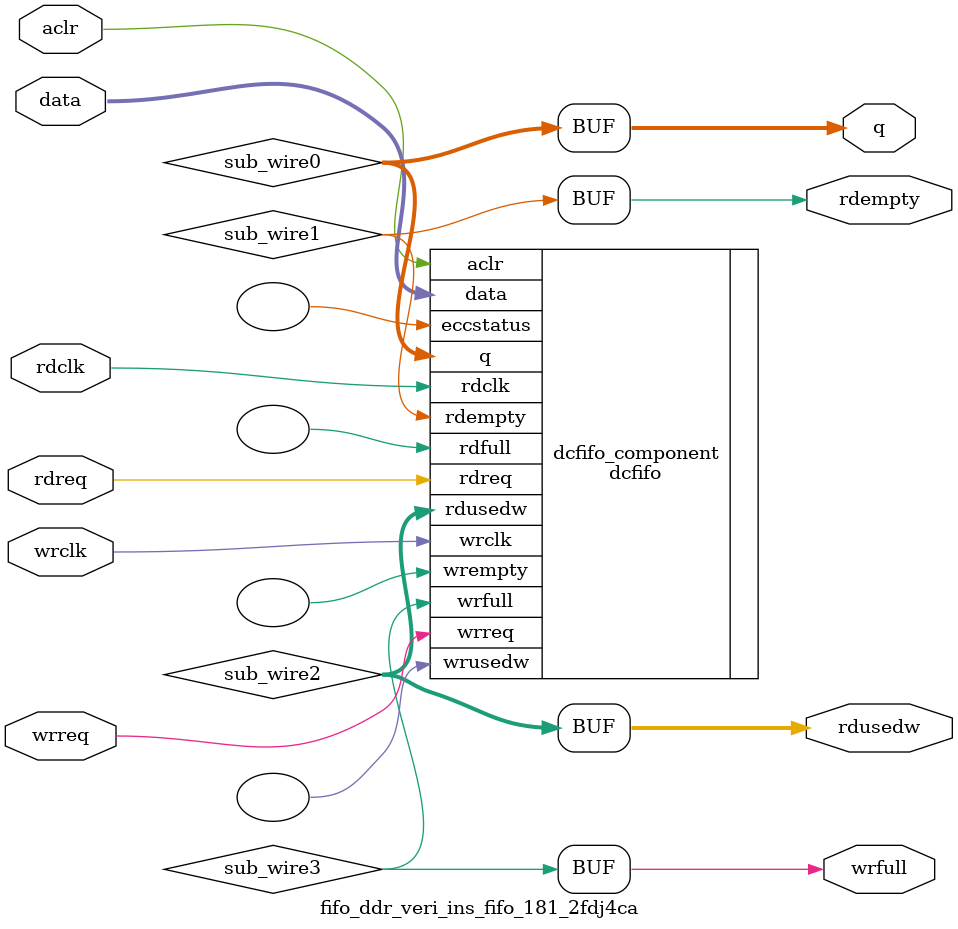
<source format=v>



`timescale 1 ps / 1 ps
// synopsys translate_on
module  fifo_ddr_veri_ins_fifo_181_2fdj4ca  (
    aclr,
    data,
    rdclk,
    rdreq,
    wrclk,
    wrreq,
    q,
    rdempty,
    rdusedw,
    wrfull);

    input    aclr;
    input  [31:0]  data;
    input    rdclk;
    input    rdreq;
    input    wrclk;
    input    wrreq;
    output [31:0]  q;
    output   rdempty;
    output [7:0]  rdusedw;
    output   wrfull;
`ifndef ALTERA_RESERVED_QIS
// synopsys translate_off
`endif
    tri0     aclr;
`ifndef ALTERA_RESERVED_QIS
// synopsys translate_on
`endif

    wire [31:0] sub_wire0;
    wire  sub_wire1;
    wire [7:0] sub_wire2;
    wire  sub_wire3;
    wire [31:0] q = sub_wire0[31:0];
    wire  rdempty = sub_wire1;
    wire [7:0] rdusedw = sub_wire2[7:0];
    wire  wrfull = sub_wire3;

    dcfifo  dcfifo_component (
                .aclr (aclr),
                .data (data),
                .rdclk (rdclk),
                .rdreq (rdreq),
                .wrclk (wrclk),
                .wrreq (wrreq),
                .q (sub_wire0),
                .rdempty (sub_wire1),
                .rdusedw (sub_wire2),
                .wrfull (sub_wire3),
                .eccstatus (),
                .rdfull (),
                .wrempty (),
                .wrusedw ());
    defparam
        dcfifo_component.enable_ecc  = "FALSE",
        dcfifo_component.intended_device_family  = "Arria 10",
        dcfifo_component.lpm_hint  = "DISABLE_DCFIFO_EMBEDDED_TIMING_CONSTRAINT=TRUE",
        dcfifo_component.lpm_numwords  = 256,
        dcfifo_component.lpm_showahead  = "ON",
        dcfifo_component.lpm_type  = "dcfifo",
        dcfifo_component.lpm_width  = 32,
        dcfifo_component.lpm_widthu  = 8,
        dcfifo_component.overflow_checking  = "ON",
        dcfifo_component.rdsync_delaypipe  = 4,
        dcfifo_component.read_aclr_synch  = "OFF",
        dcfifo_component.underflow_checking  = "ON",
        dcfifo_component.use_eab  = "ON",
        dcfifo_component.write_aclr_synch  = "OFF",
        dcfifo_component.wrsync_delaypipe  = 4;


endmodule



</source>
